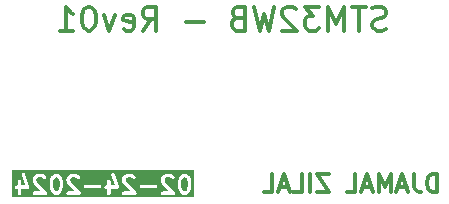
<source format=gbr>
%TF.GenerationSoftware,KiCad,Pcbnew,7.0.10*%
%TF.CreationDate,2024-02-24T20:23:49+01:00*%
%TF.ProjectId,STM32,53544d33-322e-46b6-9963-61645f706362,Rev01*%
%TF.SameCoordinates,Original*%
%TF.FileFunction,Legend,Bot*%
%TF.FilePolarity,Positive*%
%FSLAX46Y46*%
G04 Gerber Fmt 4.6, Leading zero omitted, Abs format (unit mm)*
G04 Created by KiCad (PCBNEW 7.0.10) date 2024-02-24 20:23:49*
%MOMM*%
%LPD*%
G01*
G04 APERTURE LIST*
%ADD10C,0.300000*%
G04 APERTURE END LIST*
D10*
G36*
X133856637Y-65295535D02*
G01*
X133893641Y-65332539D01*
X133946820Y-65438898D01*
X134009776Y-65690720D01*
X134009776Y-66010936D01*
X133946820Y-66262757D01*
X133893640Y-66369117D01*
X133856637Y-66406121D01*
X133767224Y-66450828D01*
X133695186Y-66450828D01*
X133605773Y-66406122D01*
X133568769Y-66369118D01*
X133515589Y-66262758D01*
X133452633Y-66010934D01*
X133452633Y-65690721D01*
X133515589Y-65438897D01*
X133568769Y-65332538D01*
X133605773Y-65295534D01*
X133695186Y-65250828D01*
X133767223Y-65250828D01*
X133856637Y-65295535D01*
G37*
G36*
X144713778Y-65295535D02*
G01*
X144750782Y-65332539D01*
X144803961Y-65438898D01*
X144866917Y-65690720D01*
X144866917Y-66010936D01*
X144803961Y-66262757D01*
X144750781Y-66369117D01*
X144713778Y-66406121D01*
X144624365Y-66450828D01*
X144552327Y-66450828D01*
X144462914Y-66406122D01*
X144425910Y-66369118D01*
X144372730Y-66262758D01*
X144309774Y-66010934D01*
X144309774Y-65690721D01*
X144372730Y-65438897D01*
X144425910Y-65332538D01*
X144462914Y-65295534D01*
X144552327Y-65250828D01*
X144624364Y-65250828D01*
X144713778Y-65295535D01*
G37*
G36*
X145381203Y-66965114D02*
G01*
X130009777Y-66965114D01*
X130009777Y-66100828D01*
X130224063Y-66100828D01*
X130244159Y-66175828D01*
X130299063Y-66230732D01*
X130374063Y-66250828D01*
X130438349Y-66250828D01*
X130438349Y-66600828D01*
X130458445Y-66675828D01*
X130513349Y-66730732D01*
X130588349Y-66750828D01*
X130663349Y-66730732D01*
X130718253Y-66675828D01*
X130738349Y-66600828D01*
X131724062Y-66600828D01*
X131744158Y-66675828D01*
X131799062Y-66730732D01*
X131874062Y-66750828D01*
X132802634Y-66750828D01*
X132821709Y-66745717D01*
X132841457Y-66745717D01*
X132858559Y-66735843D01*
X132877634Y-66730732D01*
X132891598Y-66716767D01*
X132908700Y-66706894D01*
X132918573Y-66689792D01*
X132932538Y-66675828D01*
X132937649Y-66656753D01*
X132947523Y-66639651D01*
X132947523Y-66619902D01*
X132952634Y-66600828D01*
X132947523Y-66581753D01*
X132947523Y-66562005D01*
X132937649Y-66544902D01*
X132932538Y-66525828D01*
X132918573Y-66511863D01*
X132908700Y-66494762D01*
X132443338Y-66029400D01*
X133152633Y-66029400D01*
X133157423Y-66047276D01*
X133157112Y-66065781D01*
X133228541Y-66351494D01*
X133236577Y-66365971D01*
X133239898Y-66382196D01*
X133311327Y-66525053D01*
X133327349Y-66543121D01*
X133339424Y-66564036D01*
X133410852Y-66635465D01*
X133431767Y-66647540D01*
X133449837Y-66663564D01*
X133592695Y-66734992D01*
X133626470Y-66741903D01*
X133659776Y-66750828D01*
X133802633Y-66750828D01*
X133835938Y-66741903D01*
X133869714Y-66734992D01*
X134012573Y-66663564D01*
X134030642Y-66647540D01*
X134051558Y-66635465D01*
X134086195Y-66600828D01*
X134581204Y-66600828D01*
X134601300Y-66675828D01*
X134656204Y-66730732D01*
X134731204Y-66750828D01*
X135659776Y-66750828D01*
X135678851Y-66745717D01*
X135698599Y-66745717D01*
X135715701Y-66735843D01*
X135734776Y-66730732D01*
X135748740Y-66716767D01*
X135765842Y-66706894D01*
X135775715Y-66689792D01*
X135789680Y-66675828D01*
X135794791Y-66656753D01*
X135804665Y-66639651D01*
X135804665Y-66619902D01*
X135809776Y-66600828D01*
X135804665Y-66581753D01*
X135804665Y-66562005D01*
X135794791Y-66544902D01*
X135789680Y-66525828D01*
X135775715Y-66511863D01*
X135765842Y-66494762D01*
X135300480Y-66029400D01*
X136081205Y-66029400D01*
X136101301Y-66104400D01*
X136156205Y-66159304D01*
X136231205Y-66179400D01*
X137374062Y-66179400D01*
X137449062Y-66159304D01*
X137503966Y-66104400D01*
X137504923Y-66100828D01*
X137795490Y-66100828D01*
X137815586Y-66175828D01*
X137870490Y-66230732D01*
X137945490Y-66250828D01*
X138009776Y-66250828D01*
X138009776Y-66600828D01*
X138029872Y-66675828D01*
X138084776Y-66730732D01*
X138159776Y-66750828D01*
X138234776Y-66730732D01*
X138289680Y-66675828D01*
X138309776Y-66600828D01*
X139295489Y-66600828D01*
X139315585Y-66675828D01*
X139370489Y-66730732D01*
X139445489Y-66750828D01*
X140374061Y-66750828D01*
X140393136Y-66745717D01*
X140412884Y-66745717D01*
X140429986Y-66735843D01*
X140449061Y-66730732D01*
X140463025Y-66716767D01*
X140480127Y-66706894D01*
X140490000Y-66689792D01*
X140503965Y-66675828D01*
X140509076Y-66656753D01*
X140518950Y-66639651D01*
X140518950Y-66619902D01*
X140524061Y-66600828D01*
X142581203Y-66600828D01*
X142601299Y-66675828D01*
X142656203Y-66730732D01*
X142731203Y-66750828D01*
X143659775Y-66750828D01*
X143678850Y-66745717D01*
X143698598Y-66745717D01*
X143715700Y-66735843D01*
X143734775Y-66730732D01*
X143748739Y-66716767D01*
X143765841Y-66706894D01*
X143775714Y-66689792D01*
X143789679Y-66675828D01*
X143794790Y-66656753D01*
X143804664Y-66639651D01*
X143804664Y-66619902D01*
X143809775Y-66600828D01*
X143804664Y-66581753D01*
X143804664Y-66562005D01*
X143794790Y-66544902D01*
X143789679Y-66525828D01*
X143775714Y-66511863D01*
X143765841Y-66494762D01*
X143300479Y-66029400D01*
X144009774Y-66029400D01*
X144014564Y-66047276D01*
X144014253Y-66065781D01*
X144085682Y-66351494D01*
X144093718Y-66365971D01*
X144097039Y-66382196D01*
X144168468Y-66525053D01*
X144184490Y-66543121D01*
X144196565Y-66564036D01*
X144267993Y-66635465D01*
X144288908Y-66647540D01*
X144306978Y-66663564D01*
X144449836Y-66734992D01*
X144483611Y-66741903D01*
X144516917Y-66750828D01*
X144659774Y-66750828D01*
X144693079Y-66741903D01*
X144726855Y-66734992D01*
X144869714Y-66663564D01*
X144887783Y-66647540D01*
X144908699Y-66635465D01*
X144980127Y-66564036D01*
X144992201Y-66543121D01*
X145008224Y-66525053D01*
X145079653Y-66382197D01*
X145082973Y-66365970D01*
X145091010Y-66351494D01*
X145162438Y-66065780D01*
X145162126Y-66047277D01*
X145166917Y-66029400D01*
X145166917Y-65672257D01*
X145162126Y-65654379D01*
X145162438Y-65635877D01*
X145091010Y-65350162D01*
X145082973Y-65335685D01*
X145079653Y-65319459D01*
X145008224Y-65176603D01*
X144992201Y-65158534D01*
X144980126Y-65137619D01*
X144908698Y-65066191D01*
X144887783Y-65054116D01*
X144869714Y-65038093D01*
X144726856Y-64966664D01*
X144693075Y-64959751D01*
X144659774Y-64950828D01*
X144516917Y-64950828D01*
X144483616Y-64959750D01*
X144449834Y-64966664D01*
X144306978Y-65038093D01*
X144288909Y-65054115D01*
X144267994Y-65066191D01*
X144196566Y-65137619D01*
X144184490Y-65158534D01*
X144168468Y-65176603D01*
X144097039Y-65319460D01*
X144093718Y-65335684D01*
X144085682Y-65350162D01*
X144014253Y-65635877D01*
X144014564Y-65654380D01*
X144009774Y-65672257D01*
X144009774Y-66029400D01*
X143300479Y-66029400D01*
X142933736Y-65662657D01*
X142881203Y-65505058D01*
X142881203Y-65421952D01*
X142925910Y-65332538D01*
X142962914Y-65295535D01*
X143052328Y-65250828D01*
X143338651Y-65250828D01*
X143428064Y-65295535D01*
X143482280Y-65349751D01*
X143549523Y-65388574D01*
X143627169Y-65388574D01*
X143694412Y-65349751D01*
X143733235Y-65282508D01*
X143733235Y-65204862D01*
X143694412Y-65137619D01*
X143622984Y-65066191D01*
X143602068Y-65054115D01*
X143584000Y-65038093D01*
X143441143Y-64966664D01*
X143407362Y-64959751D01*
X143374061Y-64950828D01*
X143016918Y-64950828D01*
X142983617Y-64959750D01*
X142949835Y-64966664D01*
X142806979Y-65038093D01*
X142788910Y-65054115D01*
X142767996Y-65066190D01*
X142696567Y-65137618D01*
X142684490Y-65158534D01*
X142668468Y-65176603D01*
X142597039Y-65319460D01*
X142590126Y-65353240D01*
X142581203Y-65386542D01*
X142581203Y-65529400D01*
X142587453Y-65552728D01*
X142588901Y-65576835D01*
X142660330Y-65791119D01*
X142679321Y-65819882D01*
X142696566Y-65849751D01*
X143297643Y-66450828D01*
X142731203Y-66450828D01*
X142656203Y-66470924D01*
X142601299Y-66525828D01*
X142581203Y-66600828D01*
X140524061Y-66600828D01*
X140518950Y-66581753D01*
X140518950Y-66562005D01*
X140509076Y-66544902D01*
X140503965Y-66525828D01*
X140490000Y-66511863D01*
X140480127Y-66494762D01*
X140014765Y-66029400D01*
X140795490Y-66029400D01*
X140815586Y-66104400D01*
X140870490Y-66159304D01*
X140945490Y-66179400D01*
X142088347Y-66179400D01*
X142163347Y-66159304D01*
X142218251Y-66104400D01*
X142238347Y-66029400D01*
X142218251Y-65954400D01*
X142163347Y-65899496D01*
X142088347Y-65879400D01*
X140945490Y-65879400D01*
X140870490Y-65899496D01*
X140815586Y-65954400D01*
X140795490Y-66029400D01*
X140014765Y-66029400D01*
X139648022Y-65662657D01*
X139595489Y-65505058D01*
X139595489Y-65421952D01*
X139640196Y-65332538D01*
X139677200Y-65295535D01*
X139766614Y-65250828D01*
X140052937Y-65250828D01*
X140142350Y-65295535D01*
X140196566Y-65349751D01*
X140263809Y-65388574D01*
X140341455Y-65388574D01*
X140408698Y-65349751D01*
X140447521Y-65282508D01*
X140447521Y-65204862D01*
X140408698Y-65137619D01*
X140337270Y-65066191D01*
X140316354Y-65054115D01*
X140298286Y-65038093D01*
X140155429Y-64966664D01*
X140121648Y-64959751D01*
X140088347Y-64950828D01*
X139731204Y-64950828D01*
X139697903Y-64959750D01*
X139664121Y-64966664D01*
X139521265Y-65038093D01*
X139503196Y-65054115D01*
X139482282Y-65066190D01*
X139410853Y-65137618D01*
X139398776Y-65158534D01*
X139382754Y-65176603D01*
X139311325Y-65319460D01*
X139304412Y-65353240D01*
X139295489Y-65386542D01*
X139295489Y-65529400D01*
X139301739Y-65552728D01*
X139303187Y-65576835D01*
X139374616Y-65791119D01*
X139393607Y-65819882D01*
X139410852Y-65849751D01*
X140011929Y-66450828D01*
X139445489Y-66450828D01*
X139370489Y-66470924D01*
X139315585Y-66525828D01*
X139295489Y-66600828D01*
X138309776Y-66600828D01*
X138309776Y-66250828D01*
X138874061Y-66250828D01*
X138897391Y-66244576D01*
X138921495Y-66243130D01*
X138934270Y-66234695D01*
X138949061Y-66230732D01*
X138966140Y-66213652D01*
X138986291Y-66200348D01*
X138993137Y-66186655D01*
X139003965Y-66175828D01*
X139010215Y-66152500D01*
X139021016Y-66130900D01*
X139020098Y-66115616D01*
X139024061Y-66100828D01*
X139017810Y-66077499D01*
X139016363Y-66053393D01*
X138659220Y-64981966D01*
X138616439Y-64917169D01*
X138546990Y-64882445D01*
X138469484Y-64887098D01*
X138404687Y-64929879D01*
X138369963Y-64999328D01*
X138374616Y-65076834D01*
X138665947Y-65950828D01*
X138309776Y-65950828D01*
X138309776Y-65600828D01*
X138289680Y-65525828D01*
X138234776Y-65470924D01*
X138159776Y-65450828D01*
X138084776Y-65470924D01*
X138029872Y-65525828D01*
X138009776Y-65600828D01*
X138009776Y-65950828D01*
X137945490Y-65950828D01*
X137870490Y-65970924D01*
X137815586Y-66025828D01*
X137795490Y-66100828D01*
X137504923Y-66100828D01*
X137524062Y-66029400D01*
X137503966Y-65954400D01*
X137449062Y-65899496D01*
X137374062Y-65879400D01*
X136231205Y-65879400D01*
X136156205Y-65899496D01*
X136101301Y-65954400D01*
X136081205Y-66029400D01*
X135300480Y-66029400D01*
X134933737Y-65662657D01*
X134881204Y-65505058D01*
X134881204Y-65421952D01*
X134925911Y-65332538D01*
X134962915Y-65295535D01*
X135052329Y-65250828D01*
X135338652Y-65250828D01*
X135428065Y-65295535D01*
X135482281Y-65349751D01*
X135549524Y-65388574D01*
X135627170Y-65388574D01*
X135694413Y-65349751D01*
X135733236Y-65282508D01*
X135733236Y-65204862D01*
X135694413Y-65137619D01*
X135622985Y-65066191D01*
X135602069Y-65054115D01*
X135584001Y-65038093D01*
X135441144Y-64966664D01*
X135407363Y-64959751D01*
X135374062Y-64950828D01*
X135016919Y-64950828D01*
X134983618Y-64959750D01*
X134949836Y-64966664D01*
X134806980Y-65038093D01*
X134788911Y-65054115D01*
X134767997Y-65066190D01*
X134696568Y-65137618D01*
X134684491Y-65158534D01*
X134668469Y-65176603D01*
X134597040Y-65319460D01*
X134590127Y-65353240D01*
X134581204Y-65386542D01*
X134581204Y-65529400D01*
X134587454Y-65552728D01*
X134588902Y-65576835D01*
X134660331Y-65791119D01*
X134679322Y-65819882D01*
X134696567Y-65849751D01*
X135297644Y-66450828D01*
X134731204Y-66450828D01*
X134656204Y-66470924D01*
X134601300Y-66525828D01*
X134581204Y-66600828D01*
X134086195Y-66600828D01*
X134122986Y-66564036D01*
X134135060Y-66543121D01*
X134151083Y-66525053D01*
X134222512Y-66382197D01*
X134225832Y-66365970D01*
X134233869Y-66351494D01*
X134305297Y-66065780D01*
X134304985Y-66047277D01*
X134309776Y-66029400D01*
X134309776Y-65672257D01*
X134304985Y-65654379D01*
X134305297Y-65635877D01*
X134233869Y-65350162D01*
X134225832Y-65335685D01*
X134222512Y-65319459D01*
X134151083Y-65176603D01*
X134135060Y-65158534D01*
X134122985Y-65137619D01*
X134051557Y-65066191D01*
X134030642Y-65054116D01*
X134012573Y-65038093D01*
X133869715Y-64966664D01*
X133835934Y-64959751D01*
X133802633Y-64950828D01*
X133659776Y-64950828D01*
X133626475Y-64959750D01*
X133592693Y-64966664D01*
X133449837Y-65038093D01*
X133431768Y-65054115D01*
X133410853Y-65066191D01*
X133339425Y-65137619D01*
X133327349Y-65158534D01*
X133311327Y-65176603D01*
X133239898Y-65319460D01*
X133236577Y-65335684D01*
X133228541Y-65350162D01*
X133157112Y-65635877D01*
X133157423Y-65654380D01*
X133152633Y-65672257D01*
X133152633Y-66029400D01*
X132443338Y-66029400D01*
X132076595Y-65662657D01*
X132024062Y-65505058D01*
X132024062Y-65421952D01*
X132068769Y-65332538D01*
X132105773Y-65295535D01*
X132195187Y-65250828D01*
X132481510Y-65250828D01*
X132570923Y-65295535D01*
X132625139Y-65349751D01*
X132692382Y-65388574D01*
X132770028Y-65388574D01*
X132837271Y-65349751D01*
X132876094Y-65282508D01*
X132876094Y-65204862D01*
X132837271Y-65137619D01*
X132765843Y-65066191D01*
X132744927Y-65054115D01*
X132726859Y-65038093D01*
X132584002Y-64966664D01*
X132550221Y-64959751D01*
X132516920Y-64950828D01*
X132159777Y-64950828D01*
X132126476Y-64959750D01*
X132092694Y-64966664D01*
X131949838Y-65038093D01*
X131931769Y-65054115D01*
X131910855Y-65066190D01*
X131839426Y-65137618D01*
X131827349Y-65158534D01*
X131811327Y-65176603D01*
X131739898Y-65319460D01*
X131732985Y-65353240D01*
X131724062Y-65386542D01*
X131724062Y-65529400D01*
X131730312Y-65552728D01*
X131731760Y-65576835D01*
X131803189Y-65791119D01*
X131822180Y-65819882D01*
X131839425Y-65849751D01*
X132440502Y-66450828D01*
X131874062Y-66450828D01*
X131799062Y-66470924D01*
X131744158Y-66525828D01*
X131724062Y-66600828D01*
X130738349Y-66600828D01*
X130738349Y-66250828D01*
X131302634Y-66250828D01*
X131325964Y-66244576D01*
X131350068Y-66243130D01*
X131362843Y-66234695D01*
X131377634Y-66230732D01*
X131394713Y-66213652D01*
X131414864Y-66200348D01*
X131421710Y-66186655D01*
X131432538Y-66175828D01*
X131438788Y-66152500D01*
X131449589Y-66130900D01*
X131448671Y-66115616D01*
X131452634Y-66100828D01*
X131446383Y-66077499D01*
X131444936Y-66053393D01*
X131087793Y-64981966D01*
X131045012Y-64917169D01*
X130975563Y-64882445D01*
X130898057Y-64887098D01*
X130833260Y-64929879D01*
X130798536Y-64999328D01*
X130803189Y-65076834D01*
X131094520Y-65950828D01*
X130738349Y-65950828D01*
X130738349Y-65600828D01*
X130718253Y-65525828D01*
X130663349Y-65470924D01*
X130588349Y-65450828D01*
X130513349Y-65470924D01*
X130458445Y-65525828D01*
X130438349Y-65600828D01*
X130438349Y-65950828D01*
X130374063Y-65950828D01*
X130299063Y-65970924D01*
X130244159Y-66025828D01*
X130224063Y-66100828D01*
X130009777Y-66100828D01*
X130009777Y-64668159D01*
X145381203Y-64668159D01*
X145381203Y-66965114D01*
G37*
X165945489Y-66500828D02*
X165945489Y-65000828D01*
X165945489Y-65000828D02*
X165588346Y-65000828D01*
X165588346Y-65000828D02*
X165374060Y-65072257D01*
X165374060Y-65072257D02*
X165231203Y-65215114D01*
X165231203Y-65215114D02*
X165159774Y-65357971D01*
X165159774Y-65357971D02*
X165088346Y-65643685D01*
X165088346Y-65643685D02*
X165088346Y-65857971D01*
X165088346Y-65857971D02*
X165159774Y-66143685D01*
X165159774Y-66143685D02*
X165231203Y-66286542D01*
X165231203Y-66286542D02*
X165374060Y-66429400D01*
X165374060Y-66429400D02*
X165588346Y-66500828D01*
X165588346Y-66500828D02*
X165945489Y-66500828D01*
X164016917Y-65000828D02*
X164016917Y-66072257D01*
X164016917Y-66072257D02*
X164088346Y-66286542D01*
X164088346Y-66286542D02*
X164231203Y-66429400D01*
X164231203Y-66429400D02*
X164445489Y-66500828D01*
X164445489Y-66500828D02*
X164588346Y-66500828D01*
X163374060Y-66072257D02*
X162659775Y-66072257D01*
X163516917Y-66500828D02*
X163016917Y-65000828D01*
X163016917Y-65000828D02*
X162516917Y-66500828D01*
X162016918Y-66500828D02*
X162016918Y-65000828D01*
X162016918Y-65000828D02*
X161516918Y-66072257D01*
X161516918Y-66072257D02*
X161016918Y-65000828D01*
X161016918Y-65000828D02*
X161016918Y-66500828D01*
X160374060Y-66072257D02*
X159659775Y-66072257D01*
X160516917Y-66500828D02*
X160016917Y-65000828D01*
X160016917Y-65000828D02*
X159516917Y-66500828D01*
X158302632Y-66500828D02*
X159016918Y-66500828D01*
X159016918Y-66500828D02*
X159016918Y-65000828D01*
X156802632Y-65000828D02*
X155802632Y-65000828D01*
X155802632Y-65000828D02*
X156802632Y-66500828D01*
X156802632Y-66500828D02*
X155802632Y-66500828D01*
X155231204Y-66500828D02*
X155231204Y-65000828D01*
X153802632Y-66500828D02*
X154516918Y-66500828D01*
X154516918Y-66500828D02*
X154516918Y-65000828D01*
X153374060Y-66072257D02*
X152659775Y-66072257D01*
X153516917Y-66500828D02*
X153016917Y-65000828D01*
X153016917Y-65000828D02*
X152516917Y-66500828D01*
X151302632Y-66500828D02*
X152016918Y-66500828D01*
X152016918Y-66500828D02*
X152016918Y-65000828D01*
X161621679Y-52744400D02*
X161335965Y-52839638D01*
X161335965Y-52839638D02*
X160859774Y-52839638D01*
X160859774Y-52839638D02*
X160669298Y-52744400D01*
X160669298Y-52744400D02*
X160574060Y-52649161D01*
X160574060Y-52649161D02*
X160478822Y-52458685D01*
X160478822Y-52458685D02*
X160478822Y-52268209D01*
X160478822Y-52268209D02*
X160574060Y-52077733D01*
X160574060Y-52077733D02*
X160669298Y-51982495D01*
X160669298Y-51982495D02*
X160859774Y-51887257D01*
X160859774Y-51887257D02*
X161240727Y-51792019D01*
X161240727Y-51792019D02*
X161431203Y-51696780D01*
X161431203Y-51696780D02*
X161526441Y-51601542D01*
X161526441Y-51601542D02*
X161621679Y-51411066D01*
X161621679Y-51411066D02*
X161621679Y-51220590D01*
X161621679Y-51220590D02*
X161526441Y-51030114D01*
X161526441Y-51030114D02*
X161431203Y-50934876D01*
X161431203Y-50934876D02*
X161240727Y-50839638D01*
X161240727Y-50839638D02*
X160764536Y-50839638D01*
X160764536Y-50839638D02*
X160478822Y-50934876D01*
X159907393Y-50839638D02*
X158764536Y-50839638D01*
X159335965Y-52839638D02*
X159335965Y-50839638D01*
X158097869Y-52839638D02*
X158097869Y-50839638D01*
X158097869Y-50839638D02*
X157431202Y-52268209D01*
X157431202Y-52268209D02*
X156764536Y-50839638D01*
X156764536Y-50839638D02*
X156764536Y-52839638D01*
X156002631Y-50839638D02*
X154764536Y-50839638D01*
X154764536Y-50839638D02*
X155431203Y-51601542D01*
X155431203Y-51601542D02*
X155145488Y-51601542D01*
X155145488Y-51601542D02*
X154955012Y-51696780D01*
X154955012Y-51696780D02*
X154859774Y-51792019D01*
X154859774Y-51792019D02*
X154764536Y-51982495D01*
X154764536Y-51982495D02*
X154764536Y-52458685D01*
X154764536Y-52458685D02*
X154859774Y-52649161D01*
X154859774Y-52649161D02*
X154955012Y-52744400D01*
X154955012Y-52744400D02*
X155145488Y-52839638D01*
X155145488Y-52839638D02*
X155716917Y-52839638D01*
X155716917Y-52839638D02*
X155907393Y-52744400D01*
X155907393Y-52744400D02*
X156002631Y-52649161D01*
X154002631Y-51030114D02*
X153907393Y-50934876D01*
X153907393Y-50934876D02*
X153716917Y-50839638D01*
X153716917Y-50839638D02*
X153240726Y-50839638D01*
X153240726Y-50839638D02*
X153050250Y-50934876D01*
X153050250Y-50934876D02*
X152955012Y-51030114D01*
X152955012Y-51030114D02*
X152859774Y-51220590D01*
X152859774Y-51220590D02*
X152859774Y-51411066D01*
X152859774Y-51411066D02*
X152955012Y-51696780D01*
X152955012Y-51696780D02*
X154097869Y-52839638D01*
X154097869Y-52839638D02*
X152859774Y-52839638D01*
X152193107Y-50839638D02*
X151716917Y-52839638D01*
X151716917Y-52839638D02*
X151335964Y-51411066D01*
X151335964Y-51411066D02*
X150955012Y-52839638D01*
X150955012Y-52839638D02*
X150478822Y-50839638D01*
X149050250Y-51792019D02*
X148764536Y-51887257D01*
X148764536Y-51887257D02*
X148669298Y-51982495D01*
X148669298Y-51982495D02*
X148574060Y-52172971D01*
X148574060Y-52172971D02*
X148574060Y-52458685D01*
X148574060Y-52458685D02*
X148669298Y-52649161D01*
X148669298Y-52649161D02*
X148764536Y-52744400D01*
X148764536Y-52744400D02*
X148955012Y-52839638D01*
X148955012Y-52839638D02*
X149716917Y-52839638D01*
X149716917Y-52839638D02*
X149716917Y-50839638D01*
X149716917Y-50839638D02*
X149050250Y-50839638D01*
X149050250Y-50839638D02*
X148859774Y-50934876D01*
X148859774Y-50934876D02*
X148764536Y-51030114D01*
X148764536Y-51030114D02*
X148669298Y-51220590D01*
X148669298Y-51220590D02*
X148669298Y-51411066D01*
X148669298Y-51411066D02*
X148764536Y-51601542D01*
X148764536Y-51601542D02*
X148859774Y-51696780D01*
X148859774Y-51696780D02*
X149050250Y-51792019D01*
X149050250Y-51792019D02*
X149716917Y-51792019D01*
X146193107Y-52077733D02*
X144669298Y-52077733D01*
X141050250Y-52839638D02*
X141716917Y-51887257D01*
X142193107Y-52839638D02*
X142193107Y-50839638D01*
X142193107Y-50839638D02*
X141431202Y-50839638D01*
X141431202Y-50839638D02*
X141240726Y-50934876D01*
X141240726Y-50934876D02*
X141145488Y-51030114D01*
X141145488Y-51030114D02*
X141050250Y-51220590D01*
X141050250Y-51220590D02*
X141050250Y-51506304D01*
X141050250Y-51506304D02*
X141145488Y-51696780D01*
X141145488Y-51696780D02*
X141240726Y-51792019D01*
X141240726Y-51792019D02*
X141431202Y-51887257D01*
X141431202Y-51887257D02*
X142193107Y-51887257D01*
X139431202Y-52744400D02*
X139621678Y-52839638D01*
X139621678Y-52839638D02*
X140002631Y-52839638D01*
X140002631Y-52839638D02*
X140193107Y-52744400D01*
X140193107Y-52744400D02*
X140288345Y-52553923D01*
X140288345Y-52553923D02*
X140288345Y-51792019D01*
X140288345Y-51792019D02*
X140193107Y-51601542D01*
X140193107Y-51601542D02*
X140002631Y-51506304D01*
X140002631Y-51506304D02*
X139621678Y-51506304D01*
X139621678Y-51506304D02*
X139431202Y-51601542D01*
X139431202Y-51601542D02*
X139335964Y-51792019D01*
X139335964Y-51792019D02*
X139335964Y-51982495D01*
X139335964Y-51982495D02*
X140288345Y-52172971D01*
X138669297Y-51506304D02*
X138193107Y-52839638D01*
X138193107Y-52839638D02*
X137716916Y-51506304D01*
X136574059Y-50839638D02*
X136383582Y-50839638D01*
X136383582Y-50839638D02*
X136193106Y-50934876D01*
X136193106Y-50934876D02*
X136097868Y-51030114D01*
X136097868Y-51030114D02*
X136002630Y-51220590D01*
X136002630Y-51220590D02*
X135907392Y-51601542D01*
X135907392Y-51601542D02*
X135907392Y-52077733D01*
X135907392Y-52077733D02*
X136002630Y-52458685D01*
X136002630Y-52458685D02*
X136097868Y-52649161D01*
X136097868Y-52649161D02*
X136193106Y-52744400D01*
X136193106Y-52744400D02*
X136383582Y-52839638D01*
X136383582Y-52839638D02*
X136574059Y-52839638D01*
X136574059Y-52839638D02*
X136764535Y-52744400D01*
X136764535Y-52744400D02*
X136859773Y-52649161D01*
X136859773Y-52649161D02*
X136955011Y-52458685D01*
X136955011Y-52458685D02*
X137050249Y-52077733D01*
X137050249Y-52077733D02*
X137050249Y-51601542D01*
X137050249Y-51601542D02*
X136955011Y-51220590D01*
X136955011Y-51220590D02*
X136859773Y-51030114D01*
X136859773Y-51030114D02*
X136764535Y-50934876D01*
X136764535Y-50934876D02*
X136574059Y-50839638D01*
X134002630Y-52839638D02*
X135145487Y-52839638D01*
X134574059Y-52839638D02*
X134574059Y-50839638D01*
X134574059Y-50839638D02*
X134764535Y-51125352D01*
X134764535Y-51125352D02*
X134955011Y-51315828D01*
X134955011Y-51315828D02*
X135145487Y-51411066D01*
M02*

</source>
